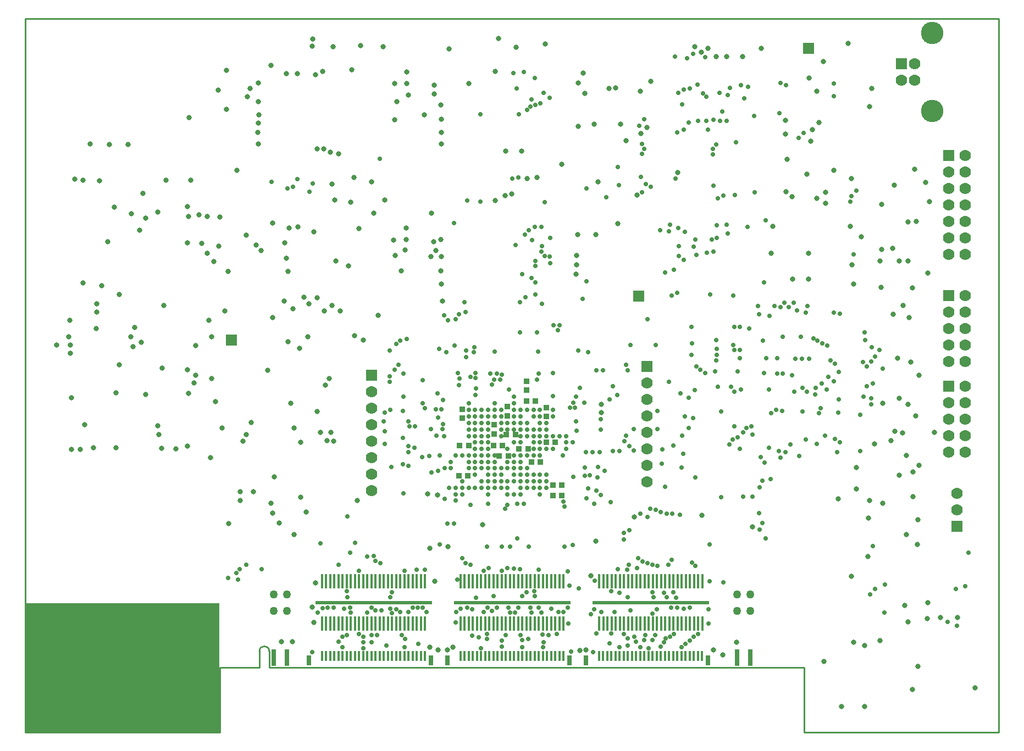
<source format=gbs>
%FSLAX23Y23*%
%MOIN*%
G70*
G01*
G75*
G04 Layer_Color=16711935*
%ADD10C,0.040*%
%ADD11R,0.037X0.035*%
%ADD12R,0.037X0.035*%
%ADD13R,0.075X0.020*%
%ADD14R,0.020X0.075*%
%ADD15R,0.330X0.370*%
%ADD16R,0.040X0.160*%
%ADD17R,0.090X0.012*%
%ADD18R,0.012X0.090*%
%ADD19R,0.031X0.060*%
%ADD20R,0.014X0.060*%
%ADD21R,0.030X0.100*%
%ADD22O,0.080X0.024*%
%ADD23O,0.024X0.080*%
%ADD24R,0.070X0.078*%
%ADD25R,0.063X0.063*%
%ADD26R,0.035X0.037*%
%ADD27R,0.035X0.037*%
%ADD28R,0.015X0.100*%
%ADD29O,0.015X0.100*%
%ADD30R,0.098X0.051*%
%ADD31R,0.100X0.052*%
%ADD32R,0.128X0.128*%
%ADD33R,0.020X0.012*%
%ADD34R,0.012X0.020*%
%ADD35R,0.030X0.030*%
%ADD36R,0.085X0.071*%
%ADD37R,0.071X0.085*%
%ADD38R,0.030X0.030*%
%ADD39R,0.125X0.060*%
%ADD40R,0.030X0.037*%
%ADD41R,0.060X0.050*%
%ADD42R,0.037X0.030*%
%ADD43R,0.050X0.060*%
%ADD44R,0.100X0.095*%
%ADD45R,0.060X0.060*%
%ADD46R,0.060X0.125*%
%ADD47R,0.028X0.017*%
%ADD48R,0.095X0.100*%
%ADD49R,0.063X0.063*%
%ADD50R,0.060X0.060*%
%ADD51O,0.071X0.012*%
%ADD52O,0.012X0.071*%
%ADD53R,0.100X0.280*%
%ADD54R,0.045X0.014*%
%ADD55R,0.057X0.022*%
%ADD56R,0.057X0.022*%
%ADD57R,0.022X0.057*%
%ADD58R,0.022X0.057*%
%ADD59C,0.019*%
%ADD60R,1.170X0.780*%
%ADD61C,0.020*%
%ADD62C,0.008*%
%ADD63C,0.006*%
%ADD64C,0.010*%
%ADD65C,0.015*%
%ADD66C,0.010*%
%ADD67C,0.050*%
%ADD68C,0.062*%
%ADD69R,0.062X0.062*%
%ADD70C,0.128*%
%ADD71C,0.236*%
%ADD72C,0.020*%
%ADD73C,0.025*%
%ADD74C,0.040*%
G04:AMPARAMS|DCode=75|XSize=85mil|YSize=85mil|CornerRadius=0mil|HoleSize=0mil|Usage=FLASHONLY|Rotation=0.000|XOffset=0mil|YOffset=0mil|HoleType=Round|Shape=Relief|Width=10mil|Gap=10mil|Entries=4|*
%AMTHD75*
7,0,0,0.085,0.065,0.010,45*
%
%ADD75THD75*%
%ADD76C,0.082*%
%ADD77C,0.132*%
G04:AMPARAMS|DCode=78|XSize=102mil|YSize=102mil|CornerRadius=0mil|HoleSize=0mil|Usage=FLASHONLY|Rotation=0.000|XOffset=0mil|YOffset=0mil|HoleType=Round|Shape=Relief|Width=10mil|Gap=10mil|Entries=4|*
%AMTHD78*
7,0,0,0.102,0.082,0.010,45*
%
%ADD78THD78*%
%ADD79C,0.065*%
G04:AMPARAMS|DCode=80|XSize=178mil|YSize=178mil|CornerRadius=0mil|HoleSize=0mil|Usage=FLASHONLY|Rotation=0.000|XOffset=0mil|YOffset=0mil|HoleType=Round|Shape=Relief|Width=10mil|Gap=10mil|Entries=4|*
%AMTHD80*
7,0,0,0.178,0.158,0.010,45*
%
%ADD80THD80*%
G04:AMPARAMS|DCode=81|XSize=96mil|YSize=96mil|CornerRadius=0mil|HoleSize=0mil|Usage=FLASHONLY|Rotation=0.000|XOffset=0mil|YOffset=0mil|HoleType=Round|Shape=Relief|Width=10mil|Gap=10mil|Entries=4|*
%AMTHD81*
7,0,0,0.096,0.076,0.010,45*
%
%ADD81THD81*%
%ADD82C,0.030*%
%ADD83C,0.035*%
%ADD84C,0.158*%
%ADD85C,0.076*%
%ADD86R,0.016X0.085*%
%ADD87R,0.707X0.020*%
%ADD88C,0.009*%
%ADD89C,0.010*%
%ADD90C,0.012*%
%ADD91C,0.024*%
%ADD92C,0.004*%
%ADD93C,0.008*%
%ADD94C,0.005*%
%ADD95R,0.350X0.200*%
%ADD96R,0.090X0.740*%
%ADD97R,0.500X0.090*%
%ADD98R,0.505X0.090*%
%ADD99C,0.080*%
%ADD100C,0.120*%
%ADD101R,0.045X0.043*%
%ADD102R,0.045X0.043*%
%ADD103R,0.083X0.028*%
%ADD104R,0.028X0.083*%
%ADD105R,0.338X0.378*%
%ADD106R,0.048X0.168*%
%ADD107R,0.098X0.020*%
%ADD108R,0.020X0.098*%
%ADD109O,0.088X0.032*%
%ADD110O,0.032X0.088*%
%ADD111R,0.078X0.086*%
%ADD112R,0.071X0.071*%
%ADD113R,0.043X0.045*%
%ADD114R,0.043X0.045*%
%ADD115R,0.023X0.108*%
%ADD116O,0.023X0.108*%
%ADD117R,0.106X0.059*%
%ADD118R,0.108X0.060*%
%ADD119R,0.136X0.136*%
%ADD120R,0.028X0.020*%
%ADD121R,0.020X0.028*%
%ADD122R,0.038X0.038*%
%ADD123R,0.093X0.079*%
%ADD124R,0.079X0.093*%
%ADD125R,0.038X0.038*%
%ADD126R,0.133X0.068*%
%ADD127R,0.038X0.045*%
%ADD128R,0.068X0.058*%
%ADD129R,0.045X0.038*%
%ADD130R,0.058X0.068*%
%ADD131R,0.108X0.103*%
%ADD132R,0.068X0.068*%
%ADD133R,0.068X0.133*%
%ADD134R,0.036X0.025*%
%ADD135R,0.103X0.108*%
%ADD136R,0.071X0.071*%
%ADD137R,0.068X0.068*%
%ADD138O,0.079X0.020*%
%ADD139O,0.020X0.079*%
%ADD140R,0.108X0.288*%
%ADD141R,0.053X0.022*%
%ADD142R,0.065X0.030*%
%ADD143R,0.065X0.030*%
%ADD144R,0.030X0.065*%
%ADD145R,0.030X0.065*%
%ADD146C,0.027*%
%ADD147R,1.178X0.788*%
%ADD148C,0.058*%
%ADD149C,0.070*%
%ADD150R,0.070X0.070*%
%ADD151C,0.136*%
%ADD152C,0.244*%
%ADD153C,0.028*%
%ADD154C,0.033*%
D19*
X3402Y435D02*
D03*
X4142D02*
D03*
X3302D02*
D03*
X2562D02*
D03*
X2462D02*
D03*
X1722D02*
D03*
D20*
X1825Y462D02*
D03*
X1850D02*
D03*
X1875D02*
D03*
X1900D02*
D03*
X1925D02*
D03*
X1950D02*
D03*
X1975D02*
D03*
X2000D02*
D03*
X2025D02*
D03*
X2050D02*
D03*
X2075D02*
D03*
X2100D02*
D03*
X2125D02*
D03*
X2150D02*
D03*
X2175D02*
D03*
X2200D02*
D03*
X2225D02*
D03*
X2250D02*
D03*
X2275D02*
D03*
X2300D02*
D03*
X2325D02*
D03*
X2350D02*
D03*
X2375D02*
D03*
X2400D02*
D03*
X2640D02*
D03*
X2665D02*
D03*
X2690D02*
D03*
X2715D02*
D03*
X2740D02*
D03*
X2765D02*
D03*
X2790D02*
D03*
X2815D02*
D03*
X2840D02*
D03*
X2865D02*
D03*
X2890D02*
D03*
X2915D02*
D03*
X2940D02*
D03*
X2965D02*
D03*
X2990D02*
D03*
X3015D02*
D03*
X3040D02*
D03*
X3065D02*
D03*
X3090D02*
D03*
X3115D02*
D03*
X3140D02*
D03*
X3165D02*
D03*
X3190D02*
D03*
X3215D02*
D03*
X3240D02*
D03*
X3265D02*
D03*
X3480Y463D02*
D03*
X3505D02*
D03*
X3530D02*
D03*
X3555D02*
D03*
X3580D02*
D03*
X3605D02*
D03*
X3630D02*
D03*
X3655D02*
D03*
X3680D02*
D03*
X3705D02*
D03*
X3730D02*
D03*
X3755D02*
D03*
X3780D02*
D03*
X3805D02*
D03*
X3830D02*
D03*
X3855D02*
D03*
X3880D02*
D03*
X3905D02*
D03*
X3930D02*
D03*
X3955D02*
D03*
X3980D02*
D03*
X4005D02*
D03*
X4030D02*
D03*
X4055D02*
D03*
X4080D02*
D03*
X4105D02*
D03*
X1800Y462D02*
D03*
X2425D02*
D03*
D21*
X1508Y453D02*
D03*
X1587D02*
D03*
X4318Y453D02*
D03*
X4397D02*
D03*
D64*
X1480Y492D02*
G03*
X1420Y492I-30J0D01*
G01*
X5905Y0D02*
Y4330D01*
X0D02*
X5905D01*
X1420Y394D02*
Y492D01*
X1480Y395D02*
Y492D01*
Y394D02*
X4117D01*
X4725D01*
X1180D02*
X1420D01*
X4725Y0D02*
X5905D01*
X4725D02*
Y394D01*
X0Y0D02*
Y4330D01*
Y0D02*
X1180D01*
Y394D01*
D67*
X1588Y737D02*
D03*
Y837D02*
D03*
X1508D02*
D03*
Y737D02*
D03*
X4398D02*
D03*
X4318D02*
D03*
X4318Y837D02*
D03*
X4398D02*
D03*
D86*
X4106Y915D02*
D03*
Y660D02*
D03*
X4006Y915D02*
D03*
X4031D02*
D03*
X4056D02*
D03*
X4006Y660D02*
D03*
X4031D02*
D03*
X4056D02*
D03*
X3931Y915D02*
D03*
X3956D02*
D03*
X3981D02*
D03*
X3931Y660D02*
D03*
X3956D02*
D03*
X3981D02*
D03*
X3856Y915D02*
D03*
X3881D02*
D03*
X3856Y660D02*
D03*
X3881D02*
D03*
X3781Y915D02*
D03*
X3806D02*
D03*
X3781Y660D02*
D03*
X3806D02*
D03*
X3706Y915D02*
D03*
X3731D02*
D03*
X3706Y660D02*
D03*
X3731D02*
D03*
X3606Y915D02*
D03*
X3631D02*
D03*
X3656D02*
D03*
X3606Y660D02*
D03*
X3631D02*
D03*
X3656D02*
D03*
X3531Y915D02*
D03*
X3556D02*
D03*
X3581D02*
D03*
X3531Y660D02*
D03*
X3556D02*
D03*
X3581D02*
D03*
X3481Y915D02*
D03*
Y660D02*
D03*
X3215Y915D02*
D03*
X3240D02*
D03*
X3215Y660D02*
D03*
X3240D02*
D03*
X3140Y915D02*
D03*
X3165D02*
D03*
X3140Y660D02*
D03*
X3165D02*
D03*
X3065Y915D02*
D03*
X3090D02*
D03*
X3065Y660D02*
D03*
X3090D02*
D03*
X2965Y915D02*
D03*
X2990D02*
D03*
X3015D02*
D03*
X2965Y660D02*
D03*
X2990D02*
D03*
X3015D02*
D03*
X2890Y915D02*
D03*
X2915D02*
D03*
X2940D02*
D03*
X2890Y660D02*
D03*
X2915D02*
D03*
X2940D02*
D03*
X2815Y915D02*
D03*
X2840D02*
D03*
X2815Y660D02*
D03*
X2840D02*
D03*
X2740Y915D02*
D03*
X2765D02*
D03*
X2740Y660D02*
D03*
X2765D02*
D03*
X2665Y915D02*
D03*
X2690D02*
D03*
X2665Y660D02*
D03*
X2690D02*
D03*
X2425Y915D02*
D03*
Y660D02*
D03*
X2325Y915D02*
D03*
X2350D02*
D03*
X2375D02*
D03*
X2325Y660D02*
D03*
X2350D02*
D03*
X2375D02*
D03*
X2250Y915D02*
D03*
X2275D02*
D03*
X2300D02*
D03*
X2250Y660D02*
D03*
X2275D02*
D03*
X2300D02*
D03*
X2175Y915D02*
D03*
X2200D02*
D03*
X2175Y660D02*
D03*
X2200D02*
D03*
X2100Y915D02*
D03*
X2125D02*
D03*
X2100Y660D02*
D03*
X2125D02*
D03*
X2025Y915D02*
D03*
X2050D02*
D03*
X2025Y660D02*
D03*
X2050D02*
D03*
X1925Y915D02*
D03*
X1950D02*
D03*
X1975D02*
D03*
X1925Y660D02*
D03*
X1950D02*
D03*
X1975D02*
D03*
X1850Y915D02*
D03*
X1875D02*
D03*
X1900D02*
D03*
X1850Y660D02*
D03*
X1875D02*
D03*
X1900D02*
D03*
X1800Y915D02*
D03*
Y660D02*
D03*
X4081Y915D02*
D03*
Y660D02*
D03*
X3681Y915D02*
D03*
X3756D02*
D03*
X3831D02*
D03*
X3906D02*
D03*
X3681Y660D02*
D03*
X3756D02*
D03*
X3831D02*
D03*
X3906D02*
D03*
X3506Y915D02*
D03*
Y660D02*
D03*
X3040Y915D02*
D03*
X3115D02*
D03*
X3190D02*
D03*
X3265D02*
D03*
X3040Y660D02*
D03*
X3115D02*
D03*
X3190D02*
D03*
X3265D02*
D03*
X2715Y915D02*
D03*
X2790D02*
D03*
X2865D02*
D03*
X2715Y660D02*
D03*
X2790D02*
D03*
X2865D02*
D03*
X2400Y915D02*
D03*
X2640D02*
D03*
X2400Y660D02*
D03*
X2640D02*
D03*
X2075Y915D02*
D03*
X2150D02*
D03*
X2225D02*
D03*
X2075Y660D02*
D03*
X2150D02*
D03*
X2225D02*
D03*
X1825Y915D02*
D03*
X2000D02*
D03*
X1825Y660D02*
D03*
X2000D02*
D03*
D87*
X2113Y787D02*
D03*
X2953D02*
D03*
X3793D02*
D03*
D122*
X2875Y1675D02*
D03*
X2930D02*
D03*
X3050Y1720D02*
D03*
X2995D02*
D03*
X2918Y1805D02*
D03*
X2973D02*
D03*
X2840Y1740D02*
D03*
X2895D02*
D03*
X2685Y1555D02*
D03*
X2630D02*
D03*
X3200Y1500D02*
D03*
X3255D02*
D03*
X3070Y1640D02*
D03*
X3125D02*
D03*
X2690Y1740D02*
D03*
X2635D02*
D03*
X3160Y1759D02*
D03*
X3215D02*
D03*
X3095Y2010D02*
D03*
X3040D02*
D03*
X3200Y1435D02*
D03*
X3255D02*
D03*
D125*
X2845Y1810D02*
D03*
Y1865D02*
D03*
X3160Y1915D02*
D03*
Y1970D02*
D03*
X2650Y1905D02*
D03*
Y1960D02*
D03*
X2925Y1920D02*
D03*
Y1975D02*
D03*
X3040Y2130D02*
D03*
Y2075D02*
D03*
D132*
X4750Y4150D02*
D03*
X1250Y2380D02*
D03*
X3720Y2645D02*
D03*
D147*
X590Y390D02*
D03*
D148*
X118Y79D02*
D03*
X276D02*
D03*
X433D02*
D03*
X591D02*
D03*
X748D02*
D03*
X906D02*
D03*
X1063D02*
D03*
Y236D02*
D03*
X906D02*
D03*
X748D02*
D03*
X591D02*
D03*
X433D02*
D03*
X276D02*
D03*
X118D02*
D03*
X748Y394D02*
D03*
X591D02*
D03*
X433D02*
D03*
X1063Y551D02*
D03*
X906D02*
D03*
X748D02*
D03*
X591D02*
D03*
X433D02*
D03*
X276D02*
D03*
X118D02*
D03*
X1063Y709D02*
D03*
X906D02*
D03*
X748D02*
D03*
X591D02*
D03*
X433D02*
D03*
X276D02*
D03*
X118D02*
D03*
D149*
X5315Y3957D02*
D03*
X5394D02*
D03*
Y4055D02*
D03*
X2100Y2065D02*
D03*
Y1965D02*
D03*
Y1865D02*
D03*
Y1765D02*
D03*
Y1665D02*
D03*
Y1565D02*
D03*
X2100Y1465D02*
D03*
X5700Y2550D02*
D03*
X5600Y2450D02*
D03*
Y2550D02*
D03*
Y2250D02*
D03*
X5700Y2650D02*
D03*
X5600Y2350D02*
D03*
X5700D02*
D03*
Y2450D02*
D03*
Y2000D02*
D03*
X5600Y1900D02*
D03*
Y2000D02*
D03*
Y1700D02*
D03*
X5700Y2100D02*
D03*
Y1700D02*
D03*
X5600Y1800D02*
D03*
X5700D02*
D03*
Y1900D02*
D03*
X5650Y1450D02*
D03*
X5650Y1350D02*
D03*
X5700Y3500D02*
D03*
X5600Y3400D02*
D03*
X5700D02*
D03*
X5600Y3300D02*
D03*
X5700D02*
D03*
X5600Y3200D02*
D03*
X5700D02*
D03*
X5600Y3100D02*
D03*
X5700D02*
D03*
X5600Y3000D02*
D03*
X5700D02*
D03*
X5600Y2900D02*
D03*
X5700D02*
D03*
X3770Y1520D02*
D03*
X3770Y1620D02*
D03*
Y1720D02*
D03*
Y1820D02*
D03*
Y1920D02*
D03*
Y2020D02*
D03*
Y2120D02*
D03*
X5700Y2250D02*
D03*
D150*
X5315Y4055D02*
D03*
X2100Y2165D02*
D03*
X5600Y2650D02*
D03*
Y2100D02*
D03*
X5650Y1250D02*
D03*
X5600Y3500D02*
D03*
X3770Y2220D02*
D03*
D151*
X5500Y4243D02*
D03*
Y3769D02*
D03*
D152*
X197Y394D02*
D03*
X984D02*
D03*
D153*
X3104Y2426D02*
D03*
X2220Y1610D02*
D03*
X3015Y825D02*
D03*
X3885Y570D02*
D03*
X4045Y1030D02*
D03*
X4065Y1010D02*
D03*
X3939Y4100D02*
D03*
X3890Y820D02*
D03*
X4795Y2090D02*
D03*
X4740Y2065D02*
D03*
X4715Y1945D02*
D03*
X2565Y2500D02*
D03*
X2540Y2530D02*
D03*
X4455Y1230D02*
D03*
X4570Y1705D02*
D03*
X4490Y1175D02*
D03*
X4470Y1270D02*
D03*
X4610Y1700D02*
D03*
X3985Y1800D02*
D03*
X3690Y1710D02*
D03*
X4065Y1548D02*
D03*
X3775Y2505D02*
D03*
X4905Y2130D02*
D03*
X4870Y2155D02*
D03*
X5105Y2100D02*
D03*
X5140Y2115D02*
D03*
X5135Y2335D02*
D03*
X5200Y2205D02*
D03*
X5130Y2250D02*
D03*
X5155Y2280D02*
D03*
X5180Y2320D02*
D03*
X5080Y2245D02*
D03*
X4935Y2185D02*
D03*
X4885Y2255D02*
D03*
X5095Y2380D02*
D03*
X5090Y2425D02*
D03*
X4910Y2235D02*
D03*
X3920Y2650D02*
D03*
X3955Y2665D02*
D03*
X4155Y2655D02*
D03*
X3835Y1950D02*
D03*
X4025Y2030D02*
D03*
X3905Y2125D02*
D03*
X3865Y1715D02*
D03*
X3980Y1605D02*
D03*
X3990Y1690D02*
D03*
X3930Y1740D02*
D03*
X3860Y1630D02*
D03*
X3880Y1490D02*
D03*
X3665Y1735D02*
D03*
X3690Y1840D02*
D03*
X3645Y1800D02*
D03*
X3635Y1765D02*
D03*
X3605Y1705D02*
D03*
X3515Y1585D02*
D03*
X4050Y1905D02*
D03*
X3425Y1560D02*
D03*
X3395Y1555D02*
D03*
X3325Y1550D02*
D03*
X3505Y2195D02*
D03*
X4475Y2375D02*
D03*
X2295Y1450D02*
D03*
X2515Y1140D02*
D03*
X2560Y1265D02*
D03*
X3465Y1465D02*
D03*
X2600Y1265D02*
D03*
X4280Y2095D02*
D03*
X4200D02*
D03*
X4185Y2190D02*
D03*
X4300Y2320D02*
D03*
X4040Y2290D02*
D03*
X4135Y2910D02*
D03*
X4175Y2915D02*
D03*
X4070Y2220D02*
D03*
X3835Y1840D02*
D03*
X4800Y1750D02*
D03*
X4455Y1485D02*
D03*
X4470Y1525D02*
D03*
X4450Y1330D02*
D03*
X4735Y1775D02*
D03*
X4695Y1675D02*
D03*
X4580Y1665D02*
D03*
X4235Y910D02*
D03*
X3970Y1320D02*
D03*
X4220Y1425D02*
D03*
X4335Y1720D02*
D03*
X4410Y1430D02*
D03*
X4355D02*
D03*
X2125Y1040D02*
D03*
X2000Y1150D02*
D03*
X1955Y1310D02*
D03*
X1970Y1090D02*
D03*
X1790Y1145D02*
D03*
X1435Y990D02*
D03*
X1340Y1015D02*
D03*
X1300Y990D02*
D03*
X1280Y965D02*
D03*
X1290Y925D02*
D03*
X1230Y935D02*
D03*
X1495Y3340D02*
D03*
X1590Y3300D02*
D03*
X1625Y3310D02*
D03*
X1650Y3355D02*
D03*
X1745Y3330D02*
D03*
X2150Y3480D02*
D03*
X2680Y3225D02*
D03*
X4425Y3275D02*
D03*
X4200Y3240D02*
D03*
X4255Y3080D02*
D03*
X4235Y3255D02*
D03*
X4305Y3260D02*
D03*
X4310Y3580D02*
D03*
X4215Y3710D02*
D03*
X4175Y3715D02*
D03*
X4130Y3710D02*
D03*
X4140Y3655D02*
D03*
X4080Y3710D02*
D03*
X4025Y3700D02*
D03*
X3985Y3810D02*
D03*
X4130Y3855D02*
D03*
X4110Y3875D02*
D03*
X4030Y3905D02*
D03*
X3995Y3900D02*
D03*
X3960Y3880D02*
D03*
X4076Y3931D02*
D03*
X4125Y4095D02*
D03*
X4015Y4090D02*
D03*
X4050Y4115D02*
D03*
X3405Y3300D02*
D03*
X3450Y1385D02*
D03*
X2425Y1965D02*
D03*
X3755Y3720D02*
D03*
X3995Y3655D02*
D03*
X4255Y3710D02*
D03*
X3955Y3640D02*
D03*
X3595Y3430D02*
D03*
X3740Y3510D02*
D03*
X3755Y3540D02*
D03*
X3740Y3570D02*
D03*
X3145Y3880D02*
D03*
X3180Y3850D02*
D03*
X3070Y3840D02*
D03*
X3125Y3815D02*
D03*
X3095Y3805D02*
D03*
X4210Y3880D02*
D03*
X3065Y3795D02*
D03*
X3045Y3775D02*
D03*
X2995Y3750D02*
D03*
X3725Y3680D02*
D03*
X2960Y4000D02*
D03*
X3025Y4005D02*
D03*
X2980Y3905D02*
D03*
X3090Y3970D02*
D03*
X4340Y3925D02*
D03*
X4385Y3915D02*
D03*
X4360Y3845D02*
D03*
X4260Y3865D02*
D03*
X4275Y3910D02*
D03*
X5005Y3220D02*
D03*
X5040Y3285D02*
D03*
X4190Y3565D02*
D03*
X4170Y3540D02*
D03*
Y3505D02*
D03*
X4228Y3767D02*
D03*
X2990Y3365D02*
D03*
X2955Y3360D02*
D03*
X2600Y3090D02*
D03*
X2760Y3220D02*
D03*
Y3750D02*
D03*
X4580Y3940D02*
D03*
X4690Y3605D02*
D03*
X4615Y3925D02*
D03*
X4420Y3740D02*
D03*
X5025Y2900D02*
D03*
X4545Y2585D02*
D03*
X4490Y3105D02*
D03*
X4575Y3755D02*
D03*
X4905Y3935D02*
D03*
Y3860D02*
D03*
X4720Y3635D02*
D03*
X4175Y3315D02*
D03*
X4905Y2545D02*
D03*
X4940Y2540D02*
D03*
X4480Y2730D02*
D03*
X3935Y2805D02*
D03*
X3880Y2790D02*
D03*
X3965Y2890D02*
D03*
X4070Y2895D02*
D03*
X4065Y2990D02*
D03*
X4000Y3035D02*
D03*
X3960Y3060D02*
D03*
X3905Y3040D02*
D03*
X3910Y3080D02*
D03*
X3965Y2950D02*
D03*
X4260Y3025D02*
D03*
X4195Y3000D02*
D03*
X4165Y2990D02*
D03*
X4195Y3075D02*
D03*
X4380Y3065D02*
D03*
X3850Y3045D02*
D03*
X3945Y3360D02*
D03*
X3735Y3370D02*
D03*
X3765Y3325D02*
D03*
X3795Y3310D02*
D03*
X3740Y3275D02*
D03*
X3525Y3245D02*
D03*
X3600Y3320D02*
D03*
X3405Y2735D02*
D03*
X3995Y2865D02*
D03*
X4055Y2945D02*
D03*
X4319Y2191D02*
D03*
X4480Y2180D02*
D03*
X4335Y2270D02*
D03*
X4190Y2380D02*
D03*
X4335Y2320D02*
D03*
X4295Y2350D02*
D03*
X4495Y2270D02*
D03*
X4300Y2460D02*
D03*
X4335D02*
D03*
X4390Y2450D02*
D03*
X4450Y2535D02*
D03*
X4445Y2585D02*
D03*
X4295Y2650D02*
D03*
X4515Y2525D02*
D03*
X4595Y2400D02*
D03*
X4580Y2580D02*
D03*
X4605Y2605D02*
D03*
X4630Y2580D02*
D03*
X4660Y2605D02*
D03*
X4680Y2560D02*
D03*
X4735Y2545D02*
D03*
X4743Y2587D02*
D03*
X3355Y2315D02*
D03*
X4850Y1800D02*
D03*
X4045Y2360D02*
D03*
X4815Y1935D02*
D03*
X2265Y2230D02*
D03*
X4780Y2390D02*
D03*
X4805Y2375D02*
D03*
X4835Y2360D02*
D03*
X4865Y2345D02*
D03*
X4705Y2400D02*
D03*
X3070Y2755D02*
D03*
X3015Y2780D02*
D03*
X3380Y2630D02*
D03*
X3150Y3215D02*
D03*
X3185Y3000D02*
D03*
X3135Y2950D02*
D03*
X3130Y2915D02*
D03*
X3150Y2890D02*
D03*
X3180Y2885D02*
D03*
X3185Y2845D02*
D03*
X3130Y3065D02*
D03*
X3090D02*
D03*
X4040Y2460D02*
D03*
X3670Y2350D02*
D03*
X3825D02*
D03*
X3465Y2195D02*
D03*
X3415Y2305D02*
D03*
X3320Y1135D02*
D03*
X3290Y975D02*
D03*
X3490Y1440D02*
D03*
X3470Y1545D02*
D03*
X3405Y1420D02*
D03*
X3415Y1480D02*
D03*
X2295Y2035D02*
D03*
X2240Y2200D02*
D03*
X2410Y1995D02*
D03*
X2985Y1175D02*
D03*
X2807Y1562D02*
D03*
X2886Y1602D02*
D03*
X2925D02*
D03*
X2728Y1484D02*
D03*
X2689D02*
D03*
X2650D02*
D03*
X2886Y1562D02*
D03*
X2847D02*
D03*
X2965D02*
D03*
X3004D02*
D03*
Y1602D02*
D03*
X2965D02*
D03*
X2768Y1484D02*
D03*
X3004D02*
D03*
Y1444D02*
D03*
X2847Y1484D02*
D03*
X2807D02*
D03*
X2847Y1523D02*
D03*
X2650Y1444D02*
D03*
X2610Y1405D02*
D03*
X2700Y1380D02*
D03*
X2847Y1602D02*
D03*
Y1680D02*
D03*
X2807Y1720D02*
D03*
Y1602D02*
D03*
X2847Y1641D02*
D03*
X2965Y1523D02*
D03*
X3161D02*
D03*
Y1484D02*
D03*
X3122Y1444D02*
D03*
Y1484D02*
D03*
X3083D02*
D03*
X3122Y1523D02*
D03*
X3043D02*
D03*
X3083D02*
D03*
X3122Y1562D02*
D03*
X3161D02*
D03*
X3083D02*
D03*
X3043D02*
D03*
Y1484D02*
D03*
X2925Y1523D02*
D03*
X2965Y1444D02*
D03*
X3225Y595D02*
D03*
X3024Y1385D02*
D03*
X2984D02*
D03*
X3004Y1523D02*
D03*
X2910Y1355D02*
D03*
X2886Y1523D02*
D03*
Y1484D02*
D03*
X2925Y1380D02*
D03*
X2925Y1484D02*
D03*
Y1444D02*
D03*
X2807Y1385D02*
D03*
X2860Y755D02*
D03*
X2807Y1444D02*
D03*
Y1523D02*
D03*
X2768D02*
D03*
X2728Y1562D02*
D03*
X2768Y1602D02*
D03*
X2728D02*
D03*
X2689D02*
D03*
X2580D02*
D03*
X2689Y1641D02*
D03*
X2580D02*
D03*
X3004D02*
D03*
X2925Y1720D02*
D03*
X2965Y1759D02*
D03*
X3004D02*
D03*
X2886Y1798D02*
D03*
X2807Y1759D02*
D03*
Y1838D02*
D03*
X2886D02*
D03*
X2965D02*
D03*
X2925Y1641D02*
D03*
X2965Y1680D02*
D03*
Y1641D02*
D03*
X3260Y1680D02*
D03*
X3280Y1720D02*
D03*
X3319Y1759D02*
D03*
X3161Y1720D02*
D03*
X3043Y1602D02*
D03*
X3004Y1680D02*
D03*
X3043D02*
D03*
X3083D02*
D03*
X3122D02*
D03*
Y1720D02*
D03*
X3083D02*
D03*
X3280Y1759D02*
D03*
Y1798D02*
D03*
X3240D02*
D03*
X3201D02*
D03*
X3122Y1759D02*
D03*
X3083D02*
D03*
X2768Y1877D02*
D03*
X3122Y1798D02*
D03*
X3083D02*
D03*
X3161Y1877D02*
D03*
Y1838D02*
D03*
X3122D02*
D03*
X3083D02*
D03*
X3043D02*
D03*
X3004D02*
D03*
X3305Y1970D02*
D03*
X3122Y1877D02*
D03*
X3043D02*
D03*
X3004D02*
D03*
X3201Y1917D02*
D03*
X3122D02*
D03*
X3083D02*
D03*
X3004D02*
D03*
X3430Y718D02*
D03*
X3358Y873D02*
D03*
X3790Y1355D02*
D03*
X3730Y1325D02*
D03*
X3775Y1305D02*
D03*
X3550Y1395D02*
D03*
X3925Y1325D02*
D03*
X3665Y1225D02*
D03*
X3890Y1325D02*
D03*
X3855Y1335D02*
D03*
X3825Y1350D02*
D03*
X3900Y1015D02*
D03*
X3716Y1056D02*
D03*
X4150Y915D02*
D03*
X3995Y750D02*
D03*
X4030Y755D02*
D03*
X3955D02*
D03*
X3917Y757D02*
D03*
X3920Y1045D02*
D03*
X3930Y850D02*
D03*
X3947Y817D02*
D03*
X3655Y820D02*
D03*
X3810D02*
D03*
X3935Y596D02*
D03*
X2990Y755D02*
D03*
X3040Y850D02*
D03*
X2940Y725D02*
D03*
X2930Y755D02*
D03*
X2915Y590D02*
D03*
X2890Y555D02*
D03*
X2840Y825D02*
D03*
X2620Y925D02*
D03*
X2700Y1015D02*
D03*
X2670Y1025D02*
D03*
X2650Y1055D02*
D03*
X2800Y565D02*
D03*
Y595D02*
D03*
X2750Y575D02*
D03*
X2780Y730D02*
D03*
X2805Y755D02*
D03*
X2830Y735D02*
D03*
X2924Y995D02*
D03*
X2710Y585D02*
D03*
X2735Y815D02*
D03*
X3000Y990D02*
D03*
X2965Y992D02*
D03*
X2890Y980D02*
D03*
X2780D02*
D03*
X2810Y995D02*
D03*
X2385Y535D02*
D03*
X2300Y980D02*
D03*
X2425Y985D02*
D03*
X2375D02*
D03*
X2225Y850D02*
D03*
X2215Y820D02*
D03*
X2303Y568D02*
D03*
X2285Y590D02*
D03*
X1900Y1015D02*
D03*
X1870Y755D02*
D03*
X1835D02*
D03*
X1803Y752D02*
D03*
X1775Y725D02*
D03*
X1900Y550D02*
D03*
X1924Y579D02*
D03*
X1950Y590D02*
D03*
X1955Y820D02*
D03*
X1950Y855D02*
D03*
X2050Y545D02*
D03*
X2025Y980D02*
D03*
X2050Y580D02*
D03*
X2025Y595D02*
D03*
X1970Y755D02*
D03*
X1975Y725D02*
D03*
X1935Y750D02*
D03*
X2100Y590D02*
D03*
X2135D02*
D03*
X2190Y525D02*
D03*
X2100Y545D02*
D03*
X2075Y725D02*
D03*
X2100Y755D02*
D03*
X2125Y740D02*
D03*
X2160D02*
D03*
X2350Y755D02*
D03*
X2325Y730D02*
D03*
X2380Y755D02*
D03*
X2410D02*
D03*
X2435Y730D02*
D03*
X2155Y1025D02*
D03*
X2115Y1070D02*
D03*
X2075Y1065D02*
D03*
X3015Y515D02*
D03*
X3140Y515D02*
D03*
X2300Y515D02*
D03*
X2050Y510D02*
D03*
X2275Y730D02*
D03*
X2250Y745D02*
D03*
X2225Y724D02*
D03*
X2215Y750D02*
D03*
X1925Y515D02*
D03*
X2710Y745D02*
D03*
X2680Y755D02*
D03*
X2640Y750D02*
D03*
X2615Y730D02*
D03*
X2610Y665D02*
D03*
X2765Y510D02*
D03*
X2890Y520D02*
D03*
X2940Y1125D02*
D03*
X2800D02*
D03*
X2965Y1877D02*
D03*
Y1917D02*
D03*
X2925Y1838D02*
D03*
Y1877D02*
D03*
X2886D02*
D03*
Y1917D02*
D03*
X2807Y1641D02*
D03*
X2768D02*
D03*
X2728D02*
D03*
X2689Y1680D02*
D03*
X2650D02*
D03*
X2610D02*
D03*
X2728D02*
D03*
Y1720D02*
D03*
X2768Y1759D02*
D03*
X2728D02*
D03*
X2768Y1798D02*
D03*
Y1838D02*
D03*
X2728Y1798D02*
D03*
X2689D02*
D03*
X2728Y1838D02*
D03*
X2689D02*
D03*
X2807Y1877D02*
D03*
X2728D02*
D03*
X2689D02*
D03*
X2728Y1917D02*
D03*
X3083Y1956D02*
D03*
X3201Y1956D02*
D03*
X2689Y1956D02*
D03*
Y1917D02*
D03*
X2768D02*
D03*
X2807D02*
D03*
Y1956D02*
D03*
X2768D02*
D03*
X2728D02*
D03*
X2886D02*
D03*
X2965D02*
D03*
X3043D02*
D03*
X3122D02*
D03*
X2847Y1917D02*
D03*
X1740Y485D02*
D03*
X3005Y590D02*
D03*
X3015Y560D02*
D03*
X3050Y565D02*
D03*
X2970Y725D02*
D03*
X3065Y755D02*
D03*
X3070Y725D02*
D03*
X3115Y755D02*
D03*
X3130Y725D02*
D03*
X3295Y660D02*
D03*
X3290Y755D02*
D03*
X3136Y594D02*
D03*
X3175Y590D02*
D03*
X3090Y825D02*
D03*
X3086Y856D02*
D03*
X3115Y985D02*
D03*
X3145Y545D02*
D03*
X3189Y751D02*
D03*
X3235Y730D02*
D03*
X3265D02*
D03*
X3310Y490D02*
D03*
X3455Y920D02*
D03*
X3445Y485D02*
D03*
X3605Y845D02*
D03*
X3555Y855D02*
D03*
X2890Y1125D02*
D03*
X3465Y600D02*
D03*
X3555D02*
D03*
X3300Y890D02*
D03*
X3495Y730D02*
D03*
X3575D02*
D03*
X3545Y540D02*
D03*
X3605Y515D02*
D03*
X3630Y595D02*
D03*
X3655Y525D02*
D03*
Y570D02*
D03*
X3695Y580D02*
D03*
X3660Y1015D02*
D03*
X3705Y550D02*
D03*
X3670Y740D02*
D03*
X3730Y515D02*
D03*
X3755Y560D02*
D03*
X3710Y995D02*
D03*
X3760Y590D02*
D03*
X3450Y745D02*
D03*
X3780Y510D02*
D03*
X3805Y560D02*
D03*
X3820Y590D02*
D03*
X3805Y720D02*
D03*
X3830Y745D02*
D03*
X3855Y520D02*
D03*
X3875Y545D02*
D03*
X3630Y1210D02*
D03*
Y1170D02*
D03*
X3805Y850D02*
D03*
X3650Y985D02*
D03*
X3745Y1035D02*
D03*
X3775Y1025D02*
D03*
X3835Y1010D02*
D03*
X3805Y1015D02*
D03*
X4080Y595D02*
D03*
X4055Y580D02*
D03*
X4030Y555D02*
D03*
X4145Y660D02*
D03*
Y745D02*
D03*
X4005Y535D02*
D03*
X3980Y515D02*
D03*
X3875Y845D02*
D03*
X3910Y580D02*
D03*
X2807Y1798D02*
D03*
X3004D02*
D03*
X2630Y2105D02*
D03*
X2725Y2335D02*
D03*
X2670Y2550D02*
D03*
X3001Y2610D02*
D03*
X3035Y2640D02*
D03*
X3095Y2655D02*
D03*
X2720Y2305D02*
D03*
X2675Y2315D02*
D03*
X2730Y2150D02*
D03*
X2700Y2155D02*
D03*
X2630Y2535D02*
D03*
X2635Y2145D02*
D03*
X2605Y2346D02*
D03*
X2555Y2305D02*
D03*
X2510Y2325D02*
D03*
X3135Y2600D02*
D03*
X3095Y2730D02*
D03*
X3230Y2440D02*
D03*
X3205Y2470D02*
D03*
X3240D02*
D03*
X3200Y2040D02*
D03*
X3325Y2000D02*
D03*
X3340Y2035D02*
D03*
X3105Y2140D02*
D03*
X3115Y2175D02*
D03*
X3004Y1956D02*
D03*
X3055Y3045D02*
D03*
X3030Y3020D02*
D03*
X2975Y2955D02*
D03*
X3075Y2985D02*
D03*
X2730Y2045D02*
D03*
X2735Y2085D02*
D03*
X2820Y2175D02*
D03*
X2860D02*
D03*
X2890Y2170D02*
D03*
X2830Y2110D02*
D03*
X2880Y2140D02*
D03*
X2847Y1995D02*
D03*
X2965D02*
D03*
X3095Y2860D02*
D03*
Y2830D02*
D03*
X2965Y2035D02*
D03*
X3000Y2425D02*
D03*
X2847Y2310D02*
D03*
X2625Y2180D02*
D03*
X2730D02*
D03*
X2845Y2140D02*
D03*
X2935Y2080D02*
D03*
X2847Y1956D02*
D03*
X2689Y1995D02*
D03*
X3335Y1970D02*
D03*
X3390Y2000D02*
D03*
X3365Y2090D02*
D03*
X2535Y2015D02*
D03*
X2665Y2610D02*
D03*
X2525Y1960D02*
D03*
X2490D02*
D03*
X2505Y1910D02*
D03*
X2535Y1870D02*
D03*
X2410Y2135D02*
D03*
X3043Y1798D02*
D03*
X2768Y1720D02*
D03*
X2807Y1680D02*
D03*
X2768D02*
D03*
X2530Y1840D02*
D03*
X2460D02*
D03*
X2540Y1798D02*
D03*
X2495Y1800D02*
D03*
X2514Y1680D02*
D03*
X2610Y2505D02*
D03*
X2675Y2275D02*
D03*
X2450Y1675D02*
D03*
X2210Y2125D02*
D03*
X2505Y1585D02*
D03*
X2610Y1444D02*
D03*
Y1484D02*
D03*
X2571D02*
D03*
X2545Y1602D02*
D03*
X2500Y2055D02*
D03*
X2365Y1855D02*
D03*
X2180Y1940D02*
D03*
X2465Y1575D02*
D03*
X2545Y1415D02*
D03*
X2650Y1523D02*
D03*
X2295Y2175D02*
D03*
X2210Y2160D02*
D03*
X2215Y1955D02*
D03*
X2175Y1886D02*
D03*
X2180Y1825D02*
D03*
X2325Y1885D02*
D03*
X2290Y1950D02*
D03*
X2330Y1855D02*
D03*
X2360Y1725D02*
D03*
X2290Y1785D02*
D03*
X2325Y1735D02*
D03*
Y1700D02*
D03*
Y1615D02*
D03*
X2406Y1669D02*
D03*
X2180Y1750D02*
D03*
X3161Y1798D02*
D03*
X3490Y1900D02*
D03*
Y1835D02*
D03*
X3340Y1885D02*
D03*
X3345Y1830D02*
D03*
X3270Y1125D02*
D03*
X2290Y1625D02*
D03*
X3201Y1720D02*
D03*
X3200Y2180D02*
D03*
X3110Y2310D02*
D03*
X3270Y1370D02*
D03*
X3265Y1400D02*
D03*
X3595Y990D02*
D03*
X3395Y1605D02*
D03*
X3400Y1700D02*
D03*
X3475Y1610D02*
D03*
X3565Y1705D02*
D03*
X3440Y1700D02*
D03*
X3485D02*
D03*
X4555Y1955D02*
D03*
X4525Y1935D02*
D03*
X4590Y1950D02*
D03*
X2315Y2385D02*
D03*
X2210Y2315D02*
D03*
X4650Y2165D02*
D03*
X4595Y2175D02*
D03*
X4560Y2270D02*
D03*
X4790Y2050D02*
D03*
X4715Y2090D02*
D03*
X4560Y2175D02*
D03*
X4000Y1915D02*
D03*
X4025Y1845D02*
D03*
X4300Y1855D02*
D03*
X4405D02*
D03*
X4375Y1845D02*
D03*
X4355Y1820D02*
D03*
X4320Y1790D02*
D03*
X4290Y1775D02*
D03*
X4270Y1745D02*
D03*
X4220Y1945D02*
D03*
X4060Y2075D02*
D03*
X4340Y2080D02*
D03*
X4300Y2065D02*
D03*
X4665D02*
D03*
X4510Y2080D02*
D03*
X4125Y2180D02*
D03*
X4095Y2200D02*
D03*
X4190Y2255D02*
D03*
X4195Y2290D02*
D03*
Y2325D02*
D03*
X2275Y2375D02*
D03*
X2250Y2355D02*
D03*
X3565Y2100D02*
D03*
X3975Y2055D02*
D03*
X3545Y2020D02*
D03*
X3590Y2045D02*
D03*
X3645Y2230D02*
D03*
X3655Y2195D02*
D03*
X4670Y2265D02*
D03*
X4710D02*
D03*
X4755D02*
D03*
X4830Y2115D02*
D03*
X4825Y1965D02*
D03*
X5105Y2220D02*
D03*
X4150Y1140D02*
D03*
X4410Y1805D02*
D03*
X4520Y1535D02*
D03*
X4640Y1745D02*
D03*
X4510Y1725D02*
D03*
X4485Y1635D02*
D03*
X4460Y1669D02*
D03*
X5130Y2025D02*
D03*
X5085Y2035D02*
D03*
X4860Y2080D02*
D03*
X5130Y1990D02*
D03*
X5065Y1925D02*
D03*
X4935Y2020D02*
D03*
X4930Y1940D02*
D03*
X4925Y1700D02*
D03*
X4910Y1780D02*
D03*
X4940Y1760D02*
D03*
X5215Y895D02*
D03*
X5720Y1090D02*
D03*
X5650Y645D02*
D03*
X5595Y670D02*
D03*
X5645Y870D02*
D03*
X5700Y885D02*
D03*
X5210Y725D02*
D03*
X5155Y870D02*
D03*
X5125Y835D02*
D03*
X5140Y1130D02*
D03*
X5065Y1705D02*
D03*
X1725Y3280D02*
D03*
X3055Y1125D02*
D03*
X5010Y3253D02*
D03*
D154*
X1750Y665D02*
D03*
X1740Y760D02*
D03*
X1760Y905D02*
D03*
X2115Y3150D02*
D03*
X3957Y3397D02*
D03*
X4105Y1315D02*
D03*
X282Y1715D02*
D03*
X335Y1715D02*
D03*
X4410Y1245D02*
D03*
X465Y2710D02*
D03*
X350Y2725D02*
D03*
X435Y2600D02*
D03*
X570Y2655D02*
D03*
X985Y2200D02*
D03*
X1035Y2165D02*
D03*
X1130Y2145D02*
D03*
X840Y2590D02*
D03*
X830Y2210D02*
D03*
X705Y2365D02*
D03*
X640Y2400D02*
D03*
X1025Y2120D02*
D03*
X1340Y1805D02*
D03*
X1035Y2345D02*
D03*
X1130Y2400D02*
D03*
X1210Y2555D02*
D03*
X1115Y2500D02*
D03*
X1145Y2855D02*
D03*
X1105Y2905D02*
D03*
X1230Y2795D02*
D03*
X1175Y2950D02*
D03*
X1070Y2965D02*
D03*
X985Y3190D02*
D03*
X990Y3130D02*
D03*
X1055Y3140D02*
D03*
X715Y3270D02*
D03*
X855Y3350D02*
D03*
X1005D02*
D03*
X1105Y3130D02*
D03*
X985Y2970D02*
D03*
X695Y3045D02*
D03*
X805Y3155D02*
D03*
X500Y2975D02*
D03*
X540Y3185D02*
D03*
X450Y3345D02*
D03*
X730Y3120D02*
D03*
X645Y3145D02*
D03*
X350Y3350D02*
D03*
X625Y3565D02*
D03*
X510D02*
D03*
X395Y3570D02*
D03*
X2500Y1440D02*
D03*
X1320Y1765D02*
D03*
X1470Y2195D02*
D03*
X1195Y1845D02*
D03*
X655Y2340D02*
D03*
X570Y2230D02*
D03*
X430Y2450D02*
D03*
X270Y2500D02*
D03*
X435Y2550D02*
D03*
X265Y2400D02*
D03*
X275Y2350D02*
D03*
X190D02*
D03*
X275Y2300D02*
D03*
X995Y3730D02*
D03*
X1220Y3780D02*
D03*
X1170Y3895D02*
D03*
X1220Y4015D02*
D03*
X1415Y3940D02*
D03*
X1500Y3090D02*
D03*
X1600Y3060D02*
D03*
X1655Y3065D02*
D03*
X2100Y3340D02*
D03*
X2025Y3055D02*
D03*
X1975Y3215D02*
D03*
X1979Y4021D02*
D03*
X3735Y3633D02*
D03*
X3770Y3670D02*
D03*
X5290Y2270D02*
D03*
X5015Y2835D02*
D03*
X4855Y3210D02*
D03*
X4905Y3410D02*
D03*
X5010Y3360D02*
D03*
X2180Y3230D02*
D03*
X2465Y3150D02*
D03*
X2520Y2990D02*
D03*
X2310Y3060D02*
D03*
X2477Y2978D02*
D03*
X2490Y2924D02*
D03*
X2310Y2990D02*
D03*
X2235Y2985D02*
D03*
X2245Y2893D02*
D03*
X2305Y2925D02*
D03*
X2460Y2885D02*
D03*
X3795Y3950D02*
D03*
X3729Y3889D02*
D03*
X2530Y2615D02*
D03*
X300Y3355D02*
D03*
X415Y1725D02*
D03*
X550D02*
D03*
X280Y2030D02*
D03*
X360Y1865D02*
D03*
X550Y2060D02*
D03*
X915Y1720D02*
D03*
X730Y2050D02*
D03*
X805Y1860D02*
D03*
X990Y2055D02*
D03*
X2525Y2720D02*
D03*
X2520Y2800D02*
D03*
X2525Y2885D02*
D03*
X5040Y1605D02*
D03*
Y1475D02*
D03*
X5200Y1390D02*
D03*
X4930Y1415D02*
D03*
X5120Y1405D02*
D03*
X5115Y1300D02*
D03*
X5110Y1065D02*
D03*
X5410Y1140D02*
D03*
X5415Y1290D02*
D03*
X5345Y1200D02*
D03*
X5355Y670D02*
D03*
X5185Y555D02*
D03*
X5090Y525D02*
D03*
X4845Y430D02*
D03*
X5380Y260D02*
D03*
X4950Y155D02*
D03*
X5090D02*
D03*
X5335Y770D02*
D03*
X5475Y785D02*
D03*
X5550Y695D02*
D03*
X5655D02*
D03*
X5470Y690D02*
D03*
X5415Y400D02*
D03*
X5760Y270D02*
D03*
X5025Y545D02*
D03*
X5010Y945D02*
D03*
X5385Y1430D02*
D03*
X5300Y1560D02*
D03*
X5385Y1580D02*
D03*
X5420Y1620D02*
D03*
X5345Y1680D02*
D03*
X985Y1735D02*
D03*
X5250Y1770D02*
D03*
X5150Y1750D02*
D03*
X5320Y1815D02*
D03*
X5515Y1820D02*
D03*
X5200Y1995D02*
D03*
X5300Y2025D02*
D03*
X5420Y2165D02*
D03*
X5370Y2245D02*
D03*
X5325Y2590D02*
D03*
X5360Y2515D02*
D03*
X5265Y2535D02*
D03*
X5380Y2695D02*
D03*
X5475Y2785D02*
D03*
X5070Y3005D02*
D03*
X5193Y3202D02*
D03*
X5270Y3320D02*
D03*
X4855Y3275D02*
D03*
X4800Y3240D02*
D03*
X4740Y3385D02*
D03*
X4765Y3585D02*
D03*
X4815Y3700D02*
D03*
X4775Y3655D02*
D03*
X5120Y3795D02*
D03*
X4610Y3712D02*
D03*
X4755Y3970D02*
D03*
X4800Y3890D02*
D03*
X5135Y3905D02*
D03*
X4840Y4070D02*
D03*
X4990Y4180D02*
D03*
X4465Y4150D02*
D03*
X4140D02*
D03*
X4060Y4160D02*
D03*
X3385Y4000D02*
D03*
X3540Y3905D02*
D03*
X3580Y3910D02*
D03*
X3155Y4175D02*
D03*
X2570Y4145D02*
D03*
X2170Y4160D02*
D03*
X3355Y3675D02*
D03*
X3450Y3690D02*
D03*
X3610D02*
D03*
X3645Y3590D02*
D03*
X4650Y3250D02*
D03*
X4615Y3280D02*
D03*
X4535Y3070D02*
D03*
X4525Y2905D02*
D03*
X4750D02*
D03*
Y2750D02*
D03*
X4655D02*
D03*
X5025Y2720D02*
D03*
X3695Y1305D02*
D03*
X3430Y950D02*
D03*
X3460Y1160D02*
D03*
X2565Y1125D02*
D03*
X2485Y915D02*
D03*
X2455Y1115D02*
D03*
X2775Y1260D02*
D03*
X2440Y1445D02*
D03*
X3495Y1990D02*
D03*
Y1940D02*
D03*
X2015Y1405D02*
D03*
X1630Y1200D02*
D03*
X1540Y1270D02*
D03*
X1500Y1330D02*
D03*
X1490Y1390D02*
D03*
X1705Y1335D02*
D03*
X1305Y1405D02*
D03*
X1235Y1265D02*
D03*
X5355Y3095D02*
D03*
Y2860D02*
D03*
X5405Y3100D02*
D03*
X5300Y2860D02*
D03*
X5195Y2930D02*
D03*
X5260Y2935D02*
D03*
X5190Y2700D02*
D03*
X5395Y3415D02*
D03*
X5460Y3335D02*
D03*
X5485Y3220D02*
D03*
X5185Y2860D02*
D03*
X5005Y3070D02*
D03*
X5400Y1920D02*
D03*
X5355Y1990D02*
D03*
X5275Y1825D02*
D03*
X4175Y500D02*
D03*
X4230Y470D02*
D03*
X4315Y545D02*
D03*
X3365Y495D02*
D03*
X3400Y500D02*
D03*
X2455Y515D02*
D03*
X2595D02*
D03*
X2560Y500D02*
D03*
X2505D02*
D03*
X1620Y550D02*
D03*
X1555D02*
D03*
X1285Y3410D02*
D03*
X1340Y3015D02*
D03*
X1180Y3125D02*
D03*
X1430Y2924D02*
D03*
X1400Y2956D02*
D03*
X1585Y2875D02*
D03*
X1595Y2795D02*
D03*
X1570Y2615D02*
D03*
X1500Y2515D02*
D03*
X1595Y2370D02*
D03*
X1715Y2400D02*
D03*
X1996Y2406D02*
D03*
X1910Y2555D02*
D03*
X2050Y2380D02*
D03*
X1815Y2555D02*
D03*
X1625Y2570D02*
D03*
X1860Y2590D02*
D03*
X1720Y2600D02*
D03*
X1770Y2635D02*
D03*
X1690Y2640D02*
D03*
X2140Y2530D02*
D03*
X2280Y2800D02*
D03*
X1960Y2830D02*
D03*
X1885Y2860D02*
D03*
X1750Y3035D02*
D03*
X3345Y2835D02*
D03*
Y2893D02*
D03*
X3340Y2780D02*
D03*
X3350Y3020D02*
D03*
X3460D02*
D03*
X3595Y3085D02*
D03*
X3710Y3260D02*
D03*
X3395Y3875D02*
D03*
X3355Y3940D02*
D03*
X2850Y4010D02*
D03*
X3105Y3365D02*
D03*
X3045Y3360D02*
D03*
X3010Y3525D02*
D03*
X2915D02*
D03*
X2950Y3265D02*
D03*
X2910Y3255D02*
D03*
X2850Y3225D02*
D03*
X3255Y3445D02*
D03*
X1415Y3825D02*
D03*
X1348Y3858D02*
D03*
X1365Y3906D02*
D03*
X1417Y3748D02*
D03*
X1415Y3695D02*
D03*
X1410Y3640D02*
D03*
X1415Y3570D02*
D03*
X1900Y3510D02*
D03*
X2240Y3715D02*
D03*
X2255Y3825D02*
D03*
X2240Y3935D02*
D03*
X2480Y3874D02*
D03*
Y3925D02*
D03*
X2690Y3935D02*
D03*
X2315D02*
D03*
X2325Y3865D02*
D03*
X2420Y3745D02*
D03*
X2520Y3805D02*
D03*
X2525Y3720D02*
D03*
Y3640D02*
D03*
Y3570D02*
D03*
X2978Y4155D02*
D03*
X2870Y4210D02*
D03*
X4254Y4100D02*
D03*
X4352D02*
D03*
X4190D02*
D03*
X4100Y4125D02*
D03*
X4620Y3475D02*
D03*
X4610Y3630D02*
D03*
X3475Y3340D02*
D03*
X2315Y4005D02*
D03*
X1575Y2970D02*
D03*
X1805Y4010D02*
D03*
X1760Y3990D02*
D03*
X2035Y4165D02*
D03*
X1868Y4160D02*
D03*
X1742Y4163D02*
D03*
X1745Y4205D02*
D03*
X1650Y3995D02*
D03*
X1584Y3996D02*
D03*
X1490Y4045D02*
D03*
X1770Y3540D02*
D03*
X1810D02*
D03*
X1850Y3520D02*
D03*
X1878Y3230D02*
D03*
X1860Y3325D02*
D03*
X1995Y3365D02*
D03*
X1845Y2145D02*
D03*
X1665Y2330D02*
D03*
X1820Y2105D02*
D03*
X1770Y1945D02*
D03*
X1855Y1820D02*
D03*
X1870Y1765D02*
D03*
X1830Y1770D02*
D03*
X1790Y1820D02*
D03*
X1630Y1845D02*
D03*
X1670Y1760D02*
D03*
X1610Y1995D02*
D03*
X1510Y1550D02*
D03*
X1385Y1460D02*
D03*
X1305D02*
D03*
X1670Y1425D02*
D03*
X1155Y2005D02*
D03*
X1125Y1665D02*
D03*
X665Y2455D02*
D03*
X828Y1722D02*
D03*
X810Y1805D02*
D03*
X1370Y1880D02*
D03*
M02*

</source>
